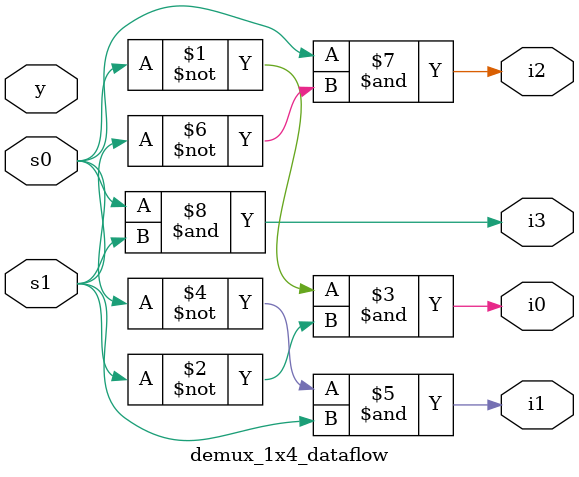
<source format=v>
`timescale 1ns / 1ps


module demux_1x4_dataflow(y,s0,s1,i0,i1,i2,i3);
input s0,s1,y;
output i0,i1,i2,i3;
assign i0=~s0&~s1;
assign i1=~s0&s1;
assign i2=s0&~s1;
assign i3=s0&s1;
endmodule

</source>
